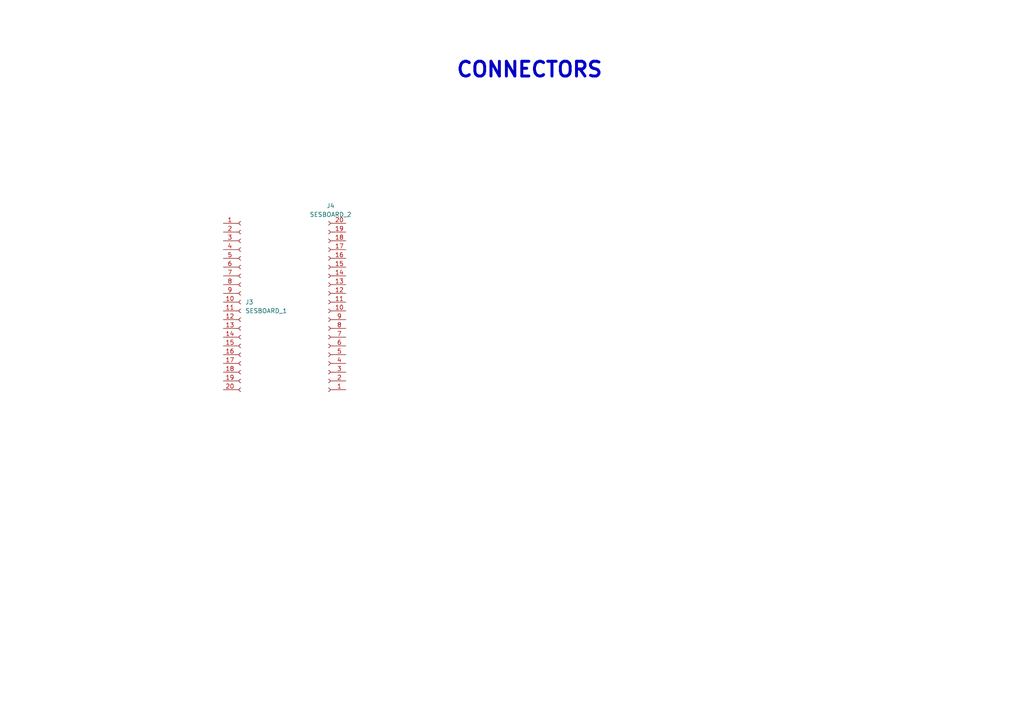
<source format=kicad_sch>
(kicad_sch (version 20211123) (generator eeschema)
  (paper "A4")
  (lib_symbols
    (symbol "Connector:Conn_01x20_Female" (pin_names (offset 1.016) hide)
      (property "Reference" "J" (at 0 25.4 0))
      (property "Value" "Conn_01x20_Female" (at 0 -27.94 0))
      (symbol "Conn_01x20_Female_1_1"
        (arc (start 0 -24.892) (mid -0.508 -25.4) (end 0 -25.908) (stroke (width 0.1524)))
        (arc (start 0 -22.352) (mid -0.508 -22.86) (end 0 -23.368) (stroke (width 0.1524)))
        (arc (start 0 -19.812) (mid -0.508 -20.32) (end 0 -20.828) (stroke (width 0.1524)))
        (arc (start 0 -17.272) (mid -0.508 -17.78) (end 0 -18.288) (stroke (width 0.1524)))
        (arc (start 0 -14.732) (mid -0.508 -15.24) (end 0 -15.748) (stroke (width 0.1524)))
        (arc (start 0 -12.192) (mid -0.508 -12.7) (end 0 -13.208) (stroke (width 0.1524)))
        (arc (start 0 -9.652) (mid -0.508 -10.16) (end 0 -10.668) (stroke (width 0.1524)))
        (arc (start 0 -7.112) (mid -0.508 -7.62) (end 0 -8.128) (stroke (width 0.1524)))
        (arc (start 0 -4.572) (mid -0.508 -5.08) (end 0 -5.588) (stroke (width 0.1524)))
        (arc (start 0 -2.032) (mid -0.508 -2.54) (end 0 -3.048) (stroke (width 0.1524)))
        (polyline (pts (xy -1.27 -25.4) (xy -0.508 -25.4)) (stroke (width 0.1524)))
        (polyline (pts (xy -1.27 -22.86) (xy -0.508 -22.86)) (stroke (width 0.1524)))
        (polyline (pts (xy -1.27 -20.32) (xy -0.508 -20.32)) (stroke (width 0.1524)))
        (polyline (pts (xy -1.27 -17.78) (xy -0.508 -17.78)) (stroke (width 0.1524)))
        (polyline (pts (xy -1.27 -15.24) (xy -0.508 -15.24)) (stroke (width 0.1524)))
        (polyline (pts (xy -1.27 -12.7) (xy -0.508 -12.7)) (stroke (width 0.1524)))
        (polyline (pts (xy -1.27 -10.16) (xy -0.508 -10.16)) (stroke (width 0.1524)))
        (polyline (pts (xy -1.27 -7.62) (xy -0.508 -7.62)) (stroke (width 0.1524)))
        (polyline (pts (xy -1.27 -5.08) (xy -0.508 -5.08)) (stroke (width 0.1524)))
        (polyline (pts (xy -1.27 -2.54) (xy -0.508 -2.54)) (stroke (width 0.1524)))
        (polyline (pts (xy -1.27 0) (xy -0.508 0)) (stroke (width 0.1524)))
        (polyline (pts (xy -1.27 2.54) (xy -0.508 2.54)) (stroke (width 0.1524)))
        (polyline (pts (xy -1.27 5.08) (xy -0.508 5.08)) (stroke (width 0.1524)))
        (polyline (pts (xy -1.27 7.62) (xy -0.508 7.62)) (stroke (width 0.1524)))
        (polyline (pts (xy -1.27 10.16) (xy -0.508 10.16)) (stroke (width 0.1524)))
        (polyline (pts (xy -1.27 12.7) (xy -0.508 12.7)) (stroke (width 0.1524)))
        (polyline (pts (xy -1.27 15.24) (xy -0.508 15.24)) (stroke (width 0.1524)))
        (polyline (pts (xy -1.27 17.78) (xy -0.508 17.78)) (stroke (width 0.1524)))
        (polyline (pts (xy -1.27 20.32) (xy -0.508 20.32)) (stroke (width 0.1524)))
        (polyline (pts (xy -1.27 22.86) (xy -0.508 22.86)) (stroke (width 0.1524)))
        (arc (start 0 0.508) (mid -0.508 0) (end 0 -0.508) (stroke (width 0.1524)))
        (arc (start 0 3.048) (mid -0.508 2.54) (end 0 2.032) (stroke (width 0.1524)))
        (arc (start 0 5.588) (mid -0.508 5.08) (end 0 4.572) (stroke (width 0.1524)))
        (arc (start 0 8.128) (mid -0.508 7.62) (end 0 7.112) (stroke (width 0.1524)))
        (arc (start 0 10.668) (mid -0.508 10.16) (end 0 9.652) (stroke (width 0.1524)))
        (arc (start 0 13.208) (mid -0.508 12.7) (end 0 12.192) (stroke (width 0.1524)))
        (arc (start 0 15.748) (mid -0.508 15.24) (end 0 14.732) (stroke (width 0.1524)))
        (arc (start 0 18.288) (mid -0.508 17.78) (end 0 17.272) (stroke (width 0.1524)))
        (arc (start 0 20.828) (mid -0.508 20.32) (end 0 19.812) (stroke (width 0.1524)))
        (arc (start 0 23.368) (mid -0.508 22.86) (end 0 22.352) (stroke (width 0.1524)))
        (pin passive line (at -5.08 22.86 0) (length 3.81) (name "Pin_1") (number "1"))
        (pin passive line (at -5.08 0 0) (length 3.81) (name "Pin_10") (number "10"))
        (pin passive line (at -5.08 -2.54 0) (length 3.81) (name "Pin_11") (number "11"))
        (pin passive line (at -5.08 -5.08 0) (length 3.81) (name "Pin_12") (number "12"))
        (pin passive line (at -5.08 -7.62 0) (length 3.81) (name "Pin_13") (number "13"))
        (pin passive line (at -5.08 -10.16 0) (length 3.81) (name "Pin_14") (number "14"))
        (pin passive line (at -5.08 -12.7 0) (length 3.81) (name "Pin_15") (number "15"))
        (pin passive line (at -5.08 -15.24 0) (length 3.81) (name "Pin_16") (number "16"))
        (pin passive line (at -5.08 -17.78 0) (length 3.81) (name "Pin_17") (number "17"))
        (pin passive line (at -5.08 -20.32 0) (length 3.81) (name "Pin_18") (number "18"))
        (pin passive line (at -5.08 -22.86 0) (length 3.81) (name "Pin_19") (number "19"))
        (pin passive line (at -5.08 20.32 0) (length 3.81) (name "Pin_2") (number "2"))
        (pin passive line (at -5.08 -25.4 0) (length 3.81) (name "Pin_20") (number "20"))
        (pin passive line (at -5.08 17.78 0) (length 3.81) (name "Pin_3") (number "3"))
        (pin passive line (at -5.08 15.24 0) (length 3.81) (name "Pin_4") (number "4"))
        (pin passive line (at -5.08 12.7 0) (length 3.81) (name "Pin_5") (number "5"))
        (pin passive line (at -5.08 10.16 0) (length 3.81) (name "Pin_6") (number "6"))
        (pin passive line (at -5.08 7.62 0) (length 3.81) (name "Pin_7") (number "7"))
        (pin passive line (at -5.08 5.08 0) (length 3.81) (name "Pin_8") (number "8"))
        (pin passive line (at -5.08 2.54 0) (length 3.81) (name "Pin_9") (number "9"))
      )
    )
  )
  (text "CONNECTORS" (at 132.08 22.86 0) (effects (font (size 4.27 4.27) (thickness 0.854) bold) (justify left bottom)))
  (symbol (lib_id "Connector:Conn_01x20_Female") (at 95.25 90.17 180) (unit 1)
    (property "Reference" "J4" (at 95.885 59.69 0))
    (property "Value" "SESBOARD_2" (at 95.885 62.23 0))
    (property "Footprint" "Connector_PinHeader_2.54mm:PinHeader_1x20_P2.54mm_Vertical" (effects hide))
  )
  (symbol (lib_id "Connector:Conn_01x20_Female") (at 69.85 87.63 0) (unit 1)
    (property "Reference" "J3" (at 71.12 87.6299 0) (effects (justify left)))
    (property "Value" "SESBOARD_1" (at 71.12 90.1699 0) (effects (justify left)))
    (property "Footprint" "Connector_PinHeader_2.54mm:PinHeader_1x20_P2.54mm_Vertical" (effects hide))
  )
)
</source>
